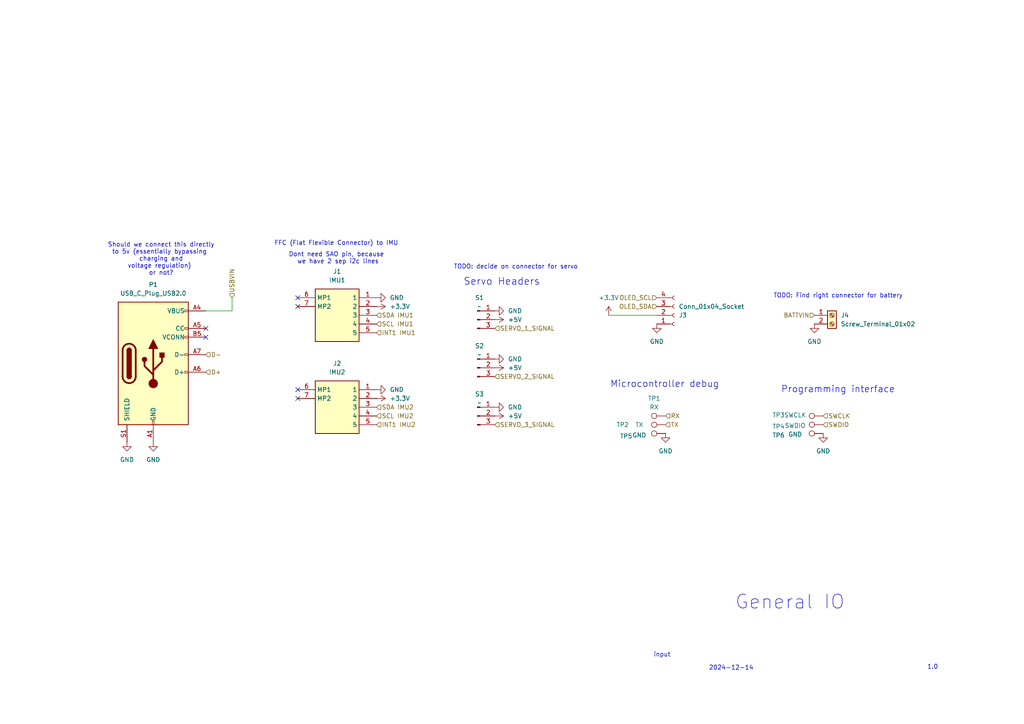
<source format=kicad_sch>
(kicad_sch (version 20231120) (generator "eeschema") (generator_version "8.0")
  (paper "A4")
  (lib_symbols
    (symbol "59453-052110ECHLF:59453-052110ECHLF"
      (property "Reference" "J" (at 19.05 7.62 0))
      (property "Value" "59453-052110ECHLF" (at 19.05 5.08 0))
      (symbol "59453-052110ECHLF_1_1"
        (rectangle (start 5.08 2.54) (end 17.78 -12.7) (stroke (width 0.254)) (fill (type background)))
        (pin passive line (at 22.86 0 180) (length 5.08) (name "1") (number "1"))
        (pin passive line (at 22.86 -2.54 180) (length 5.08) (name "2") (number "2"))
        (pin passive line (at 22.86 -5.08 180) (length 5.08) (name "3") (number "3"))
        (pin passive line (at 22.86 -7.62 180) (length 5.08) (name "4") (number "4"))
        (pin passive line (at 22.86 -10.16 180) (length 5.08) (name "5") (number "5"))
        (pin passive line (at 0 0 0) (length 5.08) (name "MP1") (number "6"))
        (pin passive line (at 0 -2.54 0) (length 5.08) (name "MP2") (number "7"))
      )
    )
    (symbol "Connector:Conn_01x03_Pin" (pin_names (offset 1.016) hide)
      (property "Reference" "J" (at 0 5.08 0))
      (property "Value" "Conn_01x03_Pin" (at 0 -5.08 0))
      (symbol "Conn_01x03_Pin_1_1"
        (polyline (pts (xy 1.27 -2.54) (xy 0.8636 -2.54)) (stroke (width 0.1524)))
        (polyline (pts (xy 1.27 0) (xy 0.8636 0)) (stroke (width 0.1524)))
        (polyline (pts (xy 1.27 2.54) (xy 0.8636 2.54)) (stroke (width 0.1524)))
        (rectangle (start 0.8636 -2.413) (end 0 -2.667) (stroke (width 0.1524)) (fill (type outline)))
        (rectangle (start 0.8636 0.127) (end 0 -0.127) (stroke (width 0.1524)) (fill (type outline)))
        (rectangle (start 0.8636 2.667) (end 0 2.413) (stroke (width 0.1524)) (fill (type outline)))
        (pin passive line (at 5.08 2.54 180) (length 3.81) (name "Pin_1") (number "1"))
        (pin passive line (at 5.08 0 180) (length 3.81) (name "Pin_2") (number "2"))
        (pin passive line (at 5.08 -2.54 180) (length 3.81) (name "Pin_3") (number "3"))
      )
    )
    (symbol "Connector:Conn_01x04_Socket" (pin_names (offset 1.016) hide)
      (property "Reference" "J" (at 0 5.08 0))
      (property "Value" "Conn_01x04_Socket" (at 0 -7.62 0))
      (symbol "Conn_01x04_Socket_1_1"
        (arc (start 0 -4.572) (mid -0.5058 -5.08) (end 0 -5.588) (stroke (width 0.1524)))
        (arc (start 0 -2.032) (mid -0.5058 -2.54) (end 0 -3.048) (stroke (width 0.1524)))
        (polyline (pts (xy -1.27 -5.08) (xy -0.508 -5.08)) (stroke (width 0.1524)))
        (polyline (pts (xy -1.27 -2.54) (xy -0.508 -2.54)) (stroke (width 0.1524)))
        (polyline (pts (xy -1.27 0) (xy -0.508 0)) (stroke (width 0.1524)))
        (polyline (pts (xy -1.27 2.54) (xy -0.508 2.54)) (stroke (width 0.1524)))
        (arc (start 0 0.508) (mid -0.5058 0) (end 0 -0.508) (stroke (width 0.1524)))
        (arc (start 0 3.048) (mid -0.5058 2.54) (end 0 2.032) (stroke (width 0.1524)))
        (pin passive line (at -5.08 2.54 0) (length 3.81) (name "Pin_1") (number "1"))
        (pin passive line (at -5.08 0 0) (length 3.81) (name "Pin_2") (number "2"))
        (pin passive line (at -5.08 -2.54 0) (length 3.81) (name "Pin_3") (number "3"))
        (pin passive line (at -5.08 -5.08 0) (length 3.81) (name "Pin_4") (number "4"))
      )
    )
    (symbol "Connector:Screw_Terminal_01x02" (pin_names (offset 1.016) hide)
      (property "Reference" "J" (at 0 2.54 0))
      (property "Value" "Screw_Terminal_01x02" (at 0 -5.08 0))
      (symbol "Screw_Terminal_01x02_1_1"
        (rectangle (start -1.27 1.27) (end 1.27 -3.81) (stroke (width 0.254)) (fill (type background)))
        (circle (center 0 -2.54) (radius 0.635) (stroke (width 0.1524)))
        (polyline (pts (xy -0.5334 -2.2098) (xy 0.3302 -3.048)) (stroke (width 0.1524)))
        (polyline (pts (xy -0.5334 0.3302) (xy 0.3302 -0.508)) (stroke (width 0.1524)))
        (polyline (pts (xy -0.3556 -2.032) (xy 0.508 -2.8702)) (stroke (width 0.1524)))
        (polyline (pts (xy -0.3556 0.508) (xy 0.508 -0.3302)) (stroke (width 0.1524)))
        (circle (center 0 0) (radius 0.635) (stroke (width 0.1524)))
        (pin passive line (at -5.08 0 0) (length 3.81) (name "Pin_1") (number "1"))
        (pin passive line (at -5.08 -2.54 0) (length 3.81) (name "Pin_2") (number "2"))
      )
    )
    (symbol "Connector:TestPoint" (pin_numbers hide) (pin_names (offset 0.762) hide)
      (property "Reference" "TP" (at 0 6.858 0))
      (property "Value" "TestPoint" (at 0 5.08 0))
      (symbol "TestPoint_0_1"
        (circle (center 0 3.302) (radius 0.762))
      )
      (symbol "TestPoint_1_1"
        (pin passive line (at 0 0 90) (length 2.54) (name "1") (number "1"))
      )
    )
    (symbol "Connector:USB_C_Plug_USB2.0" (pin_names (offset 1.016))
      (property "Reference" "P" (at -10.16 19.05 0))
      (property "Value" "USB_C_Plug_USB2.0" (at 12.7 19.05 0))
      (symbol "USB_C_Plug_USB2.0_0_0"
        (rectangle (start -0.254 -17.78) (end 0.254 -16.764))
        (rectangle (start 10.16 -2.286) (end 9.144 -2.794))
        (rectangle (start 10.16 2.794) (end 9.144 2.286))
        (rectangle (start 10.16 7.874) (end 9.144 7.366))
        (rectangle (start 10.16 10.414) (end 9.144 9.906))
        (rectangle (start 10.16 15.494) (end 9.144 14.986))
      )
      (symbol "USB_C_Plug_USB2.0_0_1"
        (rectangle (start -10.16 17.78) (end 10.16 -17.78) (stroke (width 0.254)) (fill (type background)))
        (arc (start -8.89 -3.81) (mid -6.985 -5.7067) (end -5.08 -3.81) (stroke (width 0.508)))
        (arc (start -7.62 -3.81) (mid -6.985 -4.4423) (end -6.35 -3.81) (stroke (width 0.254)))
        (arc (start -7.62 -3.81) (mid -6.985 -4.4423) (end -6.35 -3.81) (stroke (width 0.254)) (fill (type outline)))
        (rectangle (start -7.62 -3.81) (end -6.35 3.81) (stroke (width 0.254)) (fill (type outline)))
        (arc (start -6.35 3.81) (mid -6.985 4.4423) (end -7.62 3.81) (stroke (width 0.254)))
        (arc (start -6.35 3.81) (mid -6.985 4.4423) (end -7.62 3.81) (stroke (width 0.254)) (fill (type outline)))
        (arc (start -5.08 3.81) (mid -6.985 5.7067) (end -8.89 3.81) (stroke (width 0.508)))
        (circle (center -2.54 1.143) (radius 0.635) (stroke (width 0.254)) (fill (type outline)))
        (circle (center 0 -5.842) (radius 1.27) (fill (type outline)))
        (polyline (pts (xy -8.89 -3.81) (xy -8.89 3.81)) (stroke (width 0.508)))
        (polyline (pts (xy -5.08 3.81) (xy -5.08 -3.81)) (stroke (width 0.508)))
        (polyline (pts (xy 0 -5.842) (xy 0 4.318)) (stroke (width 0.508)))
        (polyline (pts (xy 0 -3.302) (xy -2.54 -0.762) (xy -2.54 0.508)) (stroke (width 0.508)))
        (polyline (pts (xy 0 -2.032) (xy 2.54 0.508) (xy 2.54 1.778)) (stroke (width 0.508)))
        (polyline (pts (xy -1.27 4.318) (xy 0 6.858) (xy 1.27 4.318) (xy -1.27 4.318)) (stroke (width 0.254)) (fill (type outline)))
        (rectangle (start 1.905 1.778) (end 3.175 3.048) (stroke (width 0.254)) (fill (type outline)))
      )
      (symbol "USB_C_Plug_USB2.0_1_1"
        (pin passive line (at 0 -22.86 90) (length 5.08) (name "GND") (number "A1"))
        (pin passive line (at 0 -22.86 90) (length 5.08) hide (name "GND") (number "A12"))
        (pin passive line (at 15.24 15.24 180) (length 5.08) (name "VBUS") (number "A4"))
        (pin bidirectional line (at 15.24 10.16 180) (length 5.08) (name "CC") (number "A5"))
        (pin bidirectional line (at 15.24 -2.54 180) (length 5.08) (name "D+") (number "A6"))
        (pin bidirectional line (at 15.24 2.54 180) (length 5.08) (name "D-") (number "A7"))
        (pin passive line (at 15.24 15.24 180) (length 5.08) hide (name "VBUS") (number "A9"))
        (pin passive line (at 0 -22.86 90) (length 5.08) hide (name "GND") (number "B1"))
        (pin passive line (at 0 -22.86 90) (length 5.08) hide (name "GND") (number "B12"))
        (pin passive line (at 15.24 15.24 180) (length 5.08) hide (name "VBUS") (number "B4"))
        (pin bidirectional line (at 15.24 7.62 180) (length 5.08) (name "VCONN") (number "B5"))
        (pin passive line (at 15.24 15.24 180) (length 5.08) hide (name "VBUS") (number "B9"))
        (pin passive line (at -7.62 -22.86 90) (length 5.08) (name "SHIELD") (number "S1"))
      )
    )
    (symbol "power:+3.3V" (power) (pin_numbers hide) (pin_names (offset 0) hide)
      (property "Value" "+3.3V" (at 0 3.556 0))
      (symbol "+3.3V_0_1"
        (polyline (pts (xy -0.762 1.27) (xy 0 2.54)))
        (polyline (pts (xy 0 0) (xy 0 2.54)))
        (polyline (pts (xy 0 2.54) (xy 0.762 1.27)))
      )
      (symbol "+3.3V_1_1"
        (pin power_in line (at 0 0 90) (length 0) (name "~") (number "1"))
      )
    )
    (symbol "power:+5V" (power) (pin_numbers hide) (pin_names (offset 0) hide)
      (property "Value" "+5V" (at 0 3.556 0))
      (symbol "+5V_0_1"
        (polyline (pts (xy -0.762 1.27) (xy 0 2.54)))
        (polyline (pts (xy 0 0) (xy 0 2.54)))
        (polyline (pts (xy 0 2.54) (xy 0.762 1.27)))
      )
      (symbol "+5V_1_1"
        (pin power_in line (at 0 0 90) (length 0) (name "~") (number "1"))
      )
    )
    (symbol "power:GND" (power) (pin_numbers hide) (pin_names (offset 0) hide)
      (property "Value" "GND" (at 0 -3.81 0))
      (symbol "GND_0_1"
        (polyline (pts (xy 0 0) (xy 0 -1.27) (xy 1.27 -1.27) (xy 0 -2.54) (xy -1.27 -1.27) (xy 0 -1.27)))
      )
      (symbol "GND_1_1"
        (pin power_in line (at 0 0 270) (length 0) (name "~") (number "1"))
      )
    )
  )
  (no_connect (at 86.36 113.03))
  (no_connect (at 59.69 95.25))
  (no_connect (at 86.36 115.57))
  (no_connect (at 59.69 97.79))
  (no_connect (at 86.36 88.9))
  (no_connect (at 86.36 86.36))
  (wire (pts (xy 176.53 91.44) (xy 190.5 91.44)))
  (wire (pts (xy 67.31 90.17) (xy 59.69 90.17)))
  (wire (pts (xy 67.31 86.36) (xy 67.31 90.17)))
  (text "input\n" (at 192.024 189.992 0) (effects (font (size 1.27 1.27))))
  (text "Dont need SAO pin, because \nwe have 2 sep i2c lines" (at 98.044 74.93 0) (effects (font (size 1.27 1.27))))
  (text "General IO" (at 229.108 174.752 0) (effects (font (size 4 4))))
  (text "FFC (Flat Flexible Connector) to IMU" (at 97.536 70.612 0) (effects (font (size 1.27 1.27))))
  (text "TODO: Find right connector for battery" (at 243.078 85.852 0) (effects (font (size 1.27 1.27))))
  (text "Programming interface" (at 243.078 113.03 0) (effects (font (size 1.905 1.905))))
  (text "Microcontroller debug" (at 192.786 111.506 0) (effects (font (size 1.905 1.905))))
  (text "Servo Headers" (at 145.542 81.788 0) (effects (font (size 2.032 2.032))))
  (text "Should we connect this directly\nto 5v (essentially bypassing \ncharging and\nvoltage regulation) \nor not?" (at 46.736 75.184 0) (effects (font (size 1.27 1.27))))
  (text "2024-12-14" (at 212.09 193.802 0) (effects (font (size 1.27 1.27))))
  (text "TODO: decide on connector for servo" (at 149.606 77.47 0) (effects (font (size 1.27 1.27))))
  (text "1.0" (at 270.51 193.548 0) (effects (font (size 1.27 1.27))))
  (hierarchical_label "RX" (shape input) (at 193.04 120.65 0))
  (hierarchical_label "OLED_SDA" (shape input) (at 190.5 88.9 180))
  (hierarchical_label "SDA IMU2" (shape input) (at 109.22 118.11 0))
  (hierarchical_label "SCL IMU2" (shape input) (at 109.22 120.65 0))
  (hierarchical_label "TX" (shape input) (at 193.04 123.19 0))
  (hierarchical_label "D+" (shape input) (at 59.69 107.95 0))
  (hierarchical_label "OLED_SCL" (shape input) (at 190.5 86.36 180))
  (hierarchical_label "INT1 IMU2" (shape input) (at 109.22 123.19 0))
  (hierarchical_label "SWCLK" (shape input) (at 238.76 120.65 0))
  (hierarchical_label "SERVO_2_SIGNAL" (shape input) (at 143.51 109.22 0))
  (hierarchical_label "SERVO_1_SIGNAL" (shape input) (at 143.51 95.25 0))
  (hierarchical_label "BATTVIN" (shape input) (at 236.22 91.44 180))
  (hierarchical_label "SCL IMU1" (shape input) (at 109.22 93.98 0))
  (hierarchical_label "D-" (shape input) (at 59.69 102.87 0))
  (hierarchical_label "SWDIO" (shape input) (at 238.76 123.19 0))
  (hierarchical_label "SERVO_3_SIGNAL" (shape input) (at 143.51 123.19 0))
  (hierarchical_label "USBVIN" (shape input) (at 67.31 86.36 90))
  (hierarchical_label "SDA IMU1" (shape input) (at 109.22 91.44 0))
  (hierarchical_label "INT1 IMU1" (shape input) (at 109.22 96.52 0))
  (symbol (lib_id "Connector:Conn_01x03_Pin") (at 138.43 120.65 0) (unit 1)
    (property "Reference" "S3" (at 139.065 114.3 0))
    (property "Value" "~" (at 139.065 116.84 0))
    (property "Footprint" "Connector_PinHeader_2.54mm:PinHeader_1x03_P2.54mm_Vertical" (effects (hide yes)))
    (property "Description" "Generic connector, single row, 01x03, script generated" (effects (hide yes)))
  )
  (symbol (lib_id "Connector:TestPoint") (at 238.76 125.73 90) (mirror x) (unit 1)
    (property "Reference" "TP6" (at 225.806 126.238 90))
    (property "Value" "GND" (at 230.632 125.984 90))
    (property "Footprint" "TestPoint:TestPoint_Pad_D1.5mm" (effects (hide yes)))
    (property "Description" "test point" (effects (hide yes)))
  )
  (symbol (lib_id "power:+5V") (at 143.51 92.71 270) (unit 1)
    (property "Reference" "#PWR060" (effects (hide yes)))
    (property "Value" "+5V" (at 147.32 92.7099 90) (effects (justify left)))
    (property "Description" "Power symbol creates a global label with name \"+5V\"" (effects (hide yes)))
  )
  (symbol (lib_id "power:GND") (at 36.83 128.27 0) (unit 1)
    (property "Reference" "#PWR053" (effects (hide yes)))
    (property "Value" "GND" (at 36.83 133.35 0))
    (property "Description" "Power symbol creates a global label with name \"GND\" , ground" (effects (hide yes)))
  )
  (symbol (lib_id "Connector:Screw_Terminal_01x02") (at 241.3 91.44 0) (unit 1)
    (property "Reference" "J4" (at 243.84 91.4399 0) (effects (justify left)))
    (property "Value" "Screw_Terminal_01x02" (at 243.84 93.9799 0) (effects (justify left)))
    (property "Footprint" "kuben-footprints:VN02A1500000G" (effects (hide yes)))
    (property "Description" "Generic screw terminal, single row, 01x02, script generated (kicad-library-utils/schlib/autogen/connector/)" (effects (hide yes)))
  )
  (symbol (lib_id "Connector:TestPoint") (at 193.04 125.73 90) (mirror x) (unit 1)
    (property "Reference" "TP5" (at 181.61 126.492 90))
    (property "Value" "GND" (at 185.42 126.238 90))
    (property "Footprint" "TestPoint:TestPoint_Pad_D1.5mm" (effects (hide yes)))
    (property "Description" "test point" (effects (hide yes)))
  )
  (symbol (lib_id "59453-052110ECHLF:59453-052110ECHLF") (at 86.36 113.03 0) (unit 1)
    (property "Reference" "J2" (at 97.79 105.41 0))
    (property "Value" "IMU2" (at 97.79 107.95 0))
    (property "Footprint" "kuben-footprints:59453052110ECHLF" (effects (hide yes)))
    (property "Datasheet" "https://cdn.amphenol-cs.com/media/wysiwyg/files/drawing/59453-0_2110echlf.pdf" (effects (hide yes)))
    (property "Description" "0.50mm Flex Connectors, FPC/FFC Side Entry ZIF Connector, Surface Mount, 5 Positions, Top Contact, 0.50mm (0.020in) Pitch." (effects (hide yes)))
    (property "Height" "1" (effects (hide yes)))
    (property "Manufacturer_Name" "Amphenol Communications Solutions" (effects (hide yes)))
    (property "Manufacturer_Part_Number" "59453-052110ECHLF" (effects (hide yes)))
  )
  (symbol (lib_id "power:GND") (at 143.51 90.17 90) (unit 1)
    (property "Reference" "#PWR059" (effects (hide yes)))
    (property "Value" "GND" (at 147.32 90.1699 90) (effects (justify right)))
    (property "Description" "Power symbol creates a global label with name \"GND\" , ground" (effects (hide yes)))
  )
  (symbol (lib_id "power:+5V") (at 143.51 106.68 270) (unit 1)
    (property "Reference" "#PWR062" (effects (hide yes)))
    (property "Value" "+5V" (at 147.32 106.6799 90) (effects (justify left)))
    (property "Description" "Power symbol creates a global label with name \"+5V\"" (effects (hide yes)))
  )
  (symbol (lib_id "Connector:USB_C_Plug_USB2.0") (at 44.45 105.41 0) (unit 1)
    (property "Reference" "P1" (at 44.45 82.55 0))
    (property "Value" "USB_C_Plug_USB2.0" (at 44.45 85.09 0))
    (property "Footprint" "Connector_USB:USB_C_Receptacle_JAE_DX07S024WJ3R400" (effects (hide yes)))
    (property "Datasheet" "https://www.usb.org/sites/default/files/documents/usb_type-c.zip" (effects (hide yes)))
    (property "Description" "USB 2.0-only Type-C Plug connector" (effects (hide yes)))
  )
  (symbol (lib_id "power:GND") (at 109.22 113.03 90) (unit 1)
    (property "Reference" "#PWR057" (effects (hide yes)))
    (property "Value" "GND" (at 113.03 113.0299 90) (effects (justify right)))
    (property "Description" "Power symbol creates a global label with name \"GND\" , ground" (effects (hide yes)))
  )
  (symbol (lib_id "power:GND") (at 193.04 125.73 0) (unit 1)
    (property "Reference" "#PWR0315" (effects (hide yes)))
    (property "Value" "GND" (at 193.04 130.81 0))
    (property "Description" "Power symbol creates a global label with name \"GND\" , ground" (effects (hide yes)))
  )
  (symbol (lib_id "power:GND") (at 190.5 93.98 0) (unit 1)
    (property "Reference" "#PWR066" (effects (hide yes)))
    (property "Value" "GND" (at 190.5 99.06 0))
    (property "Description" "Power symbol creates a global label with name \"GND\" , ground" (effects (hide yes)))
  )
  (symbol (lib_id "power:GND") (at 143.51 118.11 90) (unit 1)
    (property "Reference" "#PWR063" (effects (hide yes)))
    (property "Value" "GND" (at 147.32 118.1099 90) (effects (justify right)))
    (property "Description" "Power symbol creates a global label with name \"GND\" , ground" (effects (hide yes)))
  )
  (symbol (lib_id "power:+5V") (at 143.51 120.65 270) (unit 1)
    (property "Reference" "#PWR064" (effects (hide yes)))
    (property "Value" "+5V" (at 147.32 120.6499 90) (effects (justify left)))
    (property "Description" "Power symbol creates a global label with name \"+5V\"" (effects (hide yes)))
  )
  (symbol (lib_id "power:GND") (at 143.51 104.14 90) (unit 1)
    (property "Reference" "#PWR061" (effects (hide yes)))
    (property "Value" "GND" (at 147.32 104.1399 90) (effects (justify right)))
    (property "Description" "Power symbol creates a global label with name \"GND\" , ground" (effects (hide yes)))
  )
  (symbol (lib_id "power:GND") (at 236.22 93.98 0) (unit 1)
    (property "Reference" "#PWR067" (effects (hide yes)))
    (property "Value" "GND" (at 236.22 99.06 0))
    (property "Description" "Power symbol creates a global label with name \"GND\" , ground" (effects (hide yes)))
  )
  (symbol (lib_id "Connector:TestPoint") (at 238.76 120.65 90) (unit 1)
    (property "Reference" "TP3" (at 225.806 120.396 90))
    (property "Value" "SWCLK" (at 230.632 120.396 90))
    (property "Footprint" "TestPoint:TestPoint_Pad_D1.5mm" (effects (hide yes)))
    (property "Description" "test point" (effects (hide yes)))
  )
  (symbol (lib_id "Connector:Conn_01x03_Pin") (at 138.43 92.71 0) (unit 1)
    (property "Reference" "S1" (at 139.065 86.36 0))
    (property "Value" "~" (at 139.065 88.9 0))
    (property "Footprint" "Connector_PinHeader_2.54mm:PinHeader_1x03_P2.54mm_Vertical" (effects (hide yes)))
    (property "Description" "Generic connector, single row, 01x03, script generated" (effects (hide yes)))
  )
  (symbol (lib_id "Connector:TestPoint") (at 238.76 123.19 90) (mirror x) (unit 1)
    (property "Reference" "TP4" (at 225.806 123.698 90))
    (property "Value" "SWDIO" (at 230.632 123.444 90))
    (property "Footprint" "TestPoint:TestPoint_Pad_D1.5mm" (effects (hide yes)))
    (property "Description" "test point" (effects (hide yes)))
  )
  (symbol (lib_id "power:GND") (at 238.76 125.73 0) (unit 1)
    (property "Reference" "#PWR0316" (effects (hide yes)))
    (property "Value" "GND" (at 238.76 130.81 0))
    (property "Description" "Power symbol creates a global label with name \"GND\" , ground" (effects (hide yes)))
  )
  (symbol (lib_id "59453-052110ECHLF:59453-052110ECHLF") (at 86.36 86.36 0) (unit 1)
    (property "Reference" "J1" (at 97.79 78.74 0))
    (property "Value" "IMU1" (at 97.79 81.28 0))
    (property "Footprint" "kuben-footprints:59453052110ECHLF" (effects (hide yes)))
    (property "Datasheet" "https://cdn.amphenol-cs.com/media/wysiwyg/files/drawing/59453-0_2110echlf.pdf" (effects (hide yes)))
    (property "Description" "0.50mm Flex Connectors, FPC/FFC Side Entry ZIF Connector, Surface Mount, 5 Positions, Top Contact, 0.50mm (0.020in) Pitch." (effects (hide yes)))
    (property "Height" "1" (effects (hide yes)))
    (property "Manufacturer_Name" "Amphenol Communications Solutions" (effects (hide yes)))
    (property "Manufacturer_Part_Number" "59453-052110ECHLF" (effects (hide yes)))
  )
  (symbol (lib_id "Connector:TestPoint") (at 193.04 123.19 90) (mirror x) (unit 1)
    (property "Reference" "TP2" (at 180.594 123.19 90))
    (property "Value" "TX" (at 185.42 123.19 90))
    (property "Footprint" "TestPoint:TestPoint_Pad_D1.5mm" (effects (hide yes)))
    (property "Description" "test point" (effects (hide yes)))
  )
  (symbol (lib_id "power:+3.3V") (at 109.22 115.57 270) (unit 1)
    (property "Reference" "#PWR058" (effects (hide yes)))
    (property "Value" "+3.3V" (at 113.03 115.5699 90) (effects (justify left)))
    (property "Description" "Power symbol creates a global label with name \"+3.3V\"" (effects (hide yes)))
  )
  (symbol (lib_id "Connector:Conn_01x03_Pin") (at 138.43 106.68 0) (unit 1)
    (property "Reference" "S2" (at 139.065 100.33 0))
    (property "Value" "~" (at 139.065 102.87 0))
    (property "Footprint" "Connector_PinHeader_2.54mm:PinHeader_1x03_P2.54mm_Vertical" (effects (hide yes)))
    (property "Description" "Generic connector, single row, 01x03, script generated" (effects (hide yes)))
  )
  (symbol (lib_id "power:GND") (at 109.22 86.36 90) (unit 1)
    (property "Reference" "#PWR055" (effects (hide yes)))
    (property "Value" "GND" (at 113.03 86.3599 90) (effects (justify right)))
    (property "Description" "Power symbol creates a global label with name \"GND\" , ground" (effects (hide yes)))
  )
  (symbol (lib_id "power:GND") (at 44.45 128.27 0) (unit 1)
    (property "Reference" "#PWR054" (effects (hide yes)))
    (property "Value" "GND" (at 44.45 133.35 0))
    (property "Description" "Power symbol creates a global label with name \"GND\" , ground" (effects (hide yes)))
  )
  (symbol (lib_id "power:+3.3V") (at 176.53 91.44 0) (unit 1)
    (property "Reference" "#PWR065" (effects (hide yes)))
    (property "Value" "+3.3V" (at 176.53 86.36 0))
    (property "Description" "Power symbol creates a global label with name \"+3.3V\"" (effects (hide yes)))
  )
  (symbol (lib_id "Connector:Conn_01x04_Socket") (at 195.58 91.44 0) (mirror x) (unit 1)
    (property "Reference" "J3" (at 196.85 91.4401 0) (effects (justify left)))
    (property "Value" "Conn_01x04_Socket" (at 196.85 88.9001 0) (effects (justify left)))
    (property "Footprint" "Connector_PinSocket_2.54mm:PinSocket_1x04_P2.54mm_Vertical" (effects (hide yes)))
    (property "Description" "Generic connector, single row, 01x04, script generated" (effects (hide yes)))
  )
  (symbol (lib_id "Connector:TestPoint") (at 193.04 120.65 90) (unit 1)
    (property "Reference" "TP1" (at 189.738 115.57 90))
    (property "Value" "RX" (at 189.738 118.11 90))
    (property "Footprint" "TestPoint:TestPoint_Pad_D1.5mm" (effects (hide yes)))
    (property "Description" "test point" (effects (hide yes)))
  )
  (symbol (lib_id "power:+3.3V") (at 109.22 88.9 270) (unit 1)
    (property "Reference" "#PWR056" (effects (hide yes)))
    (property "Value" "+3.3V" (at 113.03 88.8999 90) (effects (justify left)))
    (property "Description" "Power symbol creates a global label with name \"+3.3V\"" (effects (hide yes)))
  )
)
</source>
